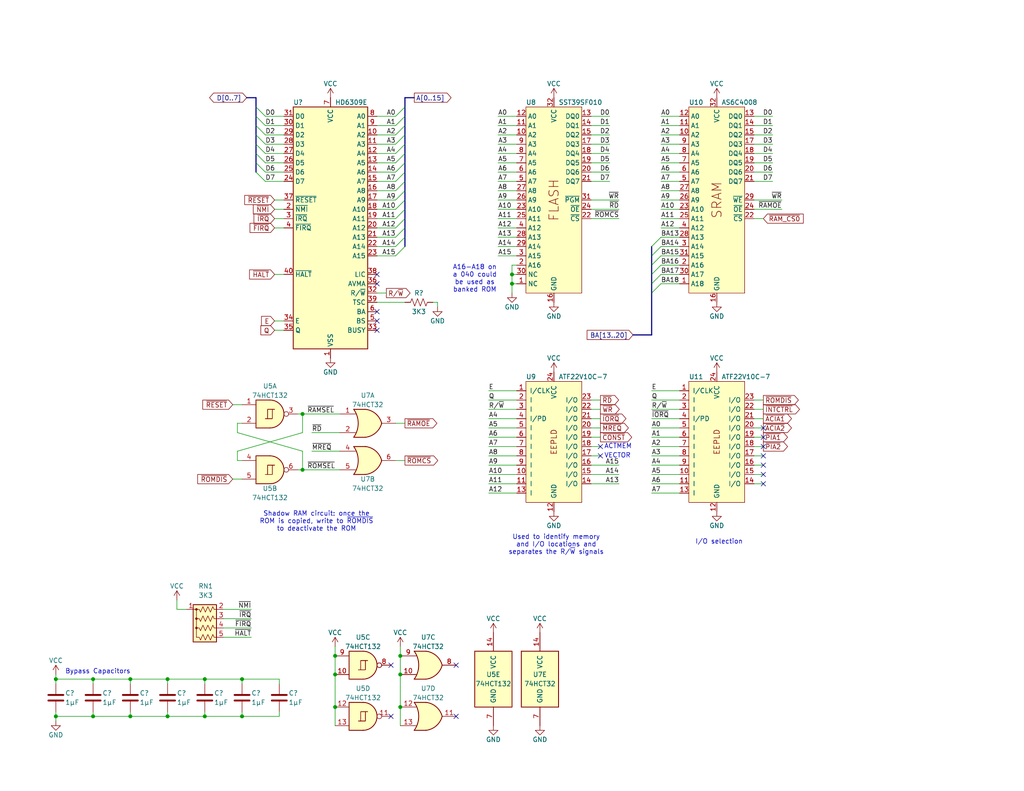
<source format=kicad_sch>
(kicad_sch (version 20230121) (generator eeschema)
  (paper "USLetter")
  (title_block (title "CPU, ROM and RAM") (date "2024-01-16") (rev "1.0") (company "Frédéric Segard") (comment 1 "MicroHobbyist's Retro Homebrew Computers") (comment 2 "microhobbyist.com"))
  (junction (at 139.7 77.47))
  (junction (at 15.24 195.58))
  (junction (at 25.4 195.58))
  (junction (at 109.22 179.07))
  (junction (at 82.55 113.03))
  (junction (at 82.55 128.27))
  (junction (at 91.44 179.07))
  (junction (at 45.72 195.58))
  (junction (at 25.4 185.42))
  (junction (at 139.7 74.93))
  (junction (at 35.56 195.58))
  (junction (at 91.44 193.04))
  (junction (at 55.88 185.42))
  (junction (at 45.72 185.42))
  (junction (at 66.04 195.58))
  (junction (at 66.04 185.42))
  (junction (at 15.24 185.42))
  (junction (at 91.44 184.15))
  (junction (at 35.56 185.42))
  (junction (at 109.22 184.15))
  (junction (at 109.22 193.04))
  (junction (at 55.88 195.58))
  (no_connect (at 163.83 124.46))
  (no_connect (at 124.46 195.58))
  (no_connect (at 163.83 121.92))
  (no_connect (at 102.87 87.63))
  (no_connect (at 102.87 85.09))
  (no_connect (at 208.28 119.38))
  (no_connect (at 208.28 121.92))
  (no_connect (at 102.87 74.93))
  (no_connect (at 106.68 181.61))
  (no_connect (at 208.28 124.46))
  (no_connect (at 102.87 77.47))
  (no_connect (at 124.46 181.61))
  (no_connect (at 102.87 90.17))
  (no_connect (at 208.28 132.08))
  (no_connect (at 106.68 195.58))
  (no_connect (at 208.28 116.84))
  (no_connect (at 208.28 129.54))
  (no_connect (at 208.28 127))
  (bus_entry (at 110.49 39.37) (size -2.54 2.54))
  (bus_entry (at 110.49 54.61) (size -2.54 2.54))
  (bus_entry (at 69.85 34.29) (size 2.54 2.54))
  (bus_entry (at 110.49 67.31) (size -2.54 2.54))
  (bus_entry (at 69.85 41.91) (size 2.54 2.54))
  (bus_entry (at 110.49 41.91) (size -2.54 2.54))
  (bus_entry (at 110.49 44.45) (size -2.54 2.54))
  (bus_entry (at 110.49 36.83) (size -2.54 2.54))
  (bus_entry (at 69.85 29.21) (size 2.54 2.54))
  (bus_entry (at 110.49 57.15) (size -2.54 2.54))
  (bus_entry (at 110.49 31.75) (size -2.54 2.54))
  (bus_entry (at 180.34 77.47) (size -2.54 2.54))
  (bus_entry (at 110.49 52.07) (size -2.54 2.54))
  (bus_entry (at 110.49 59.69) (size -2.54 2.54))
  (bus_entry (at 180.34 69.85) (size -2.54 2.54))
  (bus_entry (at 110.49 29.21) (size -2.54 2.54))
  (bus_entry (at 69.85 36.83) (size 2.54 2.54))
  (bus_entry (at 110.49 62.23) (size -2.54 2.54))
  (bus_entry (at 69.85 39.37) (size 2.54 2.54))
  (bus_entry (at 110.49 46.99) (size -2.54 2.54))
  (bus_entry (at 69.85 46.99) (size 2.54 2.54))
  (bus_entry (at 180.34 74.93) (size -2.54 2.54))
  (bus_entry (at 180.34 72.39) (size -2.54 2.54))
  (bus_entry (at 180.34 64.77) (size -2.54 2.54))
  (bus_entry (at 110.49 64.77) (size -2.54 2.54))
  (bus_entry (at 69.85 31.75) (size 2.54 2.54))
  (bus_entry (at 110.49 34.29) (size -2.54 2.54))
  (bus_entry (at 110.49 49.53) (size -2.54 2.54))
  (bus_entry (at 69.85 44.45) (size 2.54 2.54))
  (bus_entry (at 180.34 67.31) (size -2.54 2.54))
  (wire (pts (xy 210.82 49.53) (xy 205.74 49.53)))
  (wire (pts (xy 177.8 111.76) (xy 185.42 111.76)))
  (wire (pts (xy 185.42 39.37) (xy 180.34 39.37)))
  (wire (pts (xy 133.35 111.76) (xy 140.97 111.76)))
  (wire (pts (xy 82.55 113.03) (xy 82.55 118.11)))
  (wire (pts (xy 185.42 49.53) (xy 180.34 49.53)))
  (wire (pts (xy 64.77 115.57) (xy 64.77 118.11)))
  (wire (pts (xy 205.74 54.61) (xy 213.36 54.61)))
  (wire (pts (xy 210.82 44.45) (xy 205.74 44.45)))
  (bus (pts (xy 110.49 46.99) (xy 110.49 44.45)))
  (wire (pts (xy 72.39 31.75) (xy 77.47 31.75)))
  (wire (pts (xy 91.44 179.07) (xy 91.44 184.15)))
  (wire (pts (xy 110.49 82.55) (xy 102.87 82.55)))
  (wire (pts (xy 72.39 46.99) (xy 77.47 46.99)))
  (wire (pts (xy 119.38 82.55) (xy 118.11 82.55)))
  (wire (pts (xy 139.7 77.47) (xy 140.97 77.47)))
  (wire (pts (xy 55.88 194.31) (xy 55.88 195.58)))
  (wire (pts (xy 82.55 123.19) (xy 82.55 128.27)))
  (wire (pts (xy 140.97 44.45) (xy 135.89 44.45)))
  (wire (pts (xy 180.34 74.93) (xy 185.42 74.93)))
  (wire (pts (xy 64.77 123.19) (xy 64.77 125.73)))
  (wire (pts (xy 205.74 59.69) (xy 208.28 59.69)))
  (bus (pts (xy 177.8 74.93) (xy 177.8 77.47)))
  (wire (pts (xy 60.96 168.91) (xy 68.58 168.91)))
  (wire (pts (xy 60.96 166.37) (xy 68.58 166.37)))
  (bus (pts (xy 172.72 91.44) (xy 177.8 91.44)))
  (wire (pts (xy 72.39 49.53) (xy 77.47 49.53)))
  (wire (pts (xy 205.74 116.84) (xy 208.28 116.84)))
  (wire (pts (xy 166.37 36.83) (xy 161.29 36.83)))
  (wire (pts (xy 102.87 57.15) (xy 107.95 57.15)))
  (wire (pts (xy 91.44 193.04) (xy 91.44 198.12)))
  (wire (pts (xy 74.93 74.93) (xy 77.47 74.93)))
  (wire (pts (xy 139.7 74.93) (xy 140.97 74.93)))
  (wire (pts (xy 210.82 31.75) (xy 205.74 31.75)))
  (wire (pts (xy 102.87 34.29) (xy 107.95 34.29)))
  (wire (pts (xy 102.87 80.01) (xy 105.41 80.01)))
  (wire (pts (xy 60.96 171.45) (xy 68.58 171.45)))
  (wire (pts (xy 102.87 62.23) (xy 107.95 62.23)))
  (wire (pts (xy 102.87 44.45) (xy 107.95 44.45)))
  (wire (pts (xy 161.29 129.54) (xy 168.91 129.54)))
  (wire (pts (xy 161.29 111.76) (xy 163.83 111.76)))
  (wire (pts (xy 109.22 193.04) (xy 109.22 198.12)))
  (wire (pts (xy 102.87 67.31) (xy 107.95 67.31)))
  (wire (pts (xy 205.74 127) (xy 208.28 127)))
  (wire (pts (xy 102.87 52.07) (xy 107.95 52.07)))
  (wire (pts (xy 63.5 130.81) (xy 66.04 130.81)))
  (bus (pts (xy 69.85 29.21) (xy 69.85 26.67)))
  (wire (pts (xy 140.97 54.61) (xy 135.89 54.61)))
  (wire (pts (xy 15.24 195.58) (xy 25.4 195.58)))
  (bus (pts (xy 110.49 41.91) (xy 110.49 39.37)))
  (wire (pts (xy 102.87 36.83) (xy 107.95 36.83)))
  (bus (pts (xy 67.31 26.67) (xy 69.85 26.67)))
  (wire (pts (xy 177.8 129.54) (xy 185.42 129.54)))
  (wire (pts (xy 74.93 90.17) (xy 77.47 90.17)))
  (wire (pts (xy 133.35 129.54) (xy 140.97 129.54)))
  (wire (pts (xy 140.97 49.53) (xy 135.89 49.53)))
  (bus (pts (xy 110.49 49.53) (xy 110.49 46.99)))
  (bus (pts (xy 110.49 62.23) (xy 110.49 59.69)))
  (wire (pts (xy 166.37 44.45) (xy 161.29 44.45)))
  (wire (pts (xy 139.7 77.47) (xy 139.7 80.01)))
  (wire (pts (xy 133.35 109.22) (xy 140.97 109.22)))
  (wire (pts (xy 180.34 69.85) (xy 185.42 69.85)))
  (wire (pts (xy 102.87 64.77) (xy 107.95 64.77)))
  (bus (pts (xy 110.49 59.69) (xy 110.49 57.15)))
  (wire (pts (xy 55.88 185.42) (xy 55.88 186.69)))
  (wire (pts (xy 66.04 194.31) (xy 66.04 195.58)))
  (wire (pts (xy 109.22 176.53) (xy 109.22 179.07)))
  (wire (pts (xy 81.28 128.27) (xy 82.55 128.27)))
  (wire (pts (xy 35.56 185.42) (xy 45.72 185.42)))
  (bus (pts (xy 110.49 64.77) (xy 110.49 62.23)))
  (wire (pts (xy 91.44 184.15) (xy 91.44 193.04)))
  (wire (pts (xy 205.74 132.08) (xy 208.28 132.08)))
  (wire (pts (xy 140.97 34.29) (xy 135.89 34.29)))
  (wire (pts (xy 185.42 54.61) (xy 180.34 54.61)))
  (wire (pts (xy 140.97 57.15) (xy 135.89 57.15)))
  (wire (pts (xy 133.35 106.68) (xy 140.97 106.68)))
  (wire (pts (xy 185.42 59.69) (xy 180.34 59.69)))
  (wire (pts (xy 15.24 195.58) (xy 15.24 196.85)))
  (wire (pts (xy 140.97 31.75) (xy 135.89 31.75)))
  (wire (pts (xy 72.39 34.29) (xy 77.47 34.29)))
  (wire (pts (xy 177.8 119.38) (xy 185.42 119.38)))
  (bus (pts (xy 177.8 72.39) (xy 177.8 74.93)))
  (wire (pts (xy 185.42 31.75) (xy 180.34 31.75)))
  (wire (pts (xy 177.8 124.46) (xy 185.42 124.46)))
  (wire (pts (xy 210.82 41.91) (xy 205.74 41.91)))
  (wire (pts (xy 177.8 106.68) (xy 185.42 106.68)))
  (bus (pts (xy 110.49 31.75) (xy 110.49 29.21)))
  (wire (pts (xy 205.74 119.38) (xy 208.28 119.38)))
  (wire (pts (xy 72.39 44.45) (xy 77.47 44.45)))
  (bus (pts (xy 69.85 46.99) (xy 69.85 44.45)))
  (wire (pts (xy 107.95 125.73) (xy 110.49 125.73)))
  (wire (pts (xy 177.8 109.22) (xy 185.42 109.22)))
  (wire (pts (xy 139.7 74.93) (xy 139.7 77.47)))
  (wire (pts (xy 161.29 119.38) (xy 163.83 119.38)))
  (wire (pts (xy 55.88 195.58) (xy 66.04 195.58)))
  (wire (pts (xy 140.97 52.07) (xy 135.89 52.07)))
  (wire (pts (xy 109.22 184.15) (xy 109.22 193.04)))
  (wire (pts (xy 166.37 49.53) (xy 161.29 49.53)))
  (wire (pts (xy 45.72 194.31) (xy 45.72 195.58)))
  (wire (pts (xy 185.42 34.29) (xy 180.34 34.29)))
  (wire (pts (xy 133.35 124.46) (xy 140.97 124.46)))
  (wire (pts (xy 185.42 36.83) (xy 180.34 36.83)))
  (wire (pts (xy 177.8 127) (xy 185.42 127)))
  (wire (pts (xy 210.82 39.37) (xy 205.74 39.37)))
  (wire (pts (xy 74.93 54.61) (xy 77.47 54.61)))
  (wire (pts (xy 107.95 115.57) (xy 110.49 115.57)))
  (wire (pts (xy 35.56 194.31) (xy 35.56 195.58)))
  (wire (pts (xy 140.97 67.31) (xy 135.89 67.31)))
  (wire (pts (xy 85.09 118.11) (xy 92.71 118.11)))
  (wire (pts (xy 177.8 114.3) (xy 185.42 114.3)))
  (wire (pts (xy 205.74 114.3) (xy 208.28 114.3)))
  (wire (pts (xy 205.74 121.92) (xy 208.28 121.92)))
  (wire (pts (xy 82.55 118.11) (xy 64.77 123.19)))
  (wire (pts (xy 161.29 54.61) (xy 168.91 54.61)))
  (wire (pts (xy 35.56 195.58) (xy 45.72 195.58)))
  (bus (pts (xy 177.8 67.31) (xy 177.8 69.85)))
  (wire (pts (xy 140.97 46.99) (xy 135.89 46.99)))
  (bus (pts (xy 69.85 44.45) (xy 69.85 41.91)))
  (wire (pts (xy 161.29 124.46) (xy 163.83 124.46)))
  (wire (pts (xy 166.37 31.75) (xy 161.29 31.75)))
  (wire (pts (xy 55.88 185.42) (xy 66.04 185.42)))
  (wire (pts (xy 63.5 110.49) (xy 66.04 110.49)))
  (wire (pts (xy 119.38 83.82) (xy 119.38 82.55)))
  (bus (pts (xy 177.8 69.85) (xy 177.8 72.39)))
  (bus (pts (xy 110.49 39.37) (xy 110.49 36.83)))
  (wire (pts (xy 133.35 127) (xy 140.97 127)))
  (bus (pts (xy 110.49 26.67) (xy 113.03 26.67)))
  (wire (pts (xy 185.42 46.99) (xy 180.34 46.99)))
  (wire (pts (xy 140.97 64.77) (xy 135.89 64.77)))
  (wire (pts (xy 161.29 127) (xy 168.91 127)))
  (wire (pts (xy 72.39 41.91) (xy 77.47 41.91)))
  (wire (pts (xy 74.93 87.63) (xy 77.47 87.63)))
  (wire (pts (xy 140.97 41.91) (xy 135.89 41.91)))
  (wire (pts (xy 25.4 194.31) (xy 25.4 195.58)))
  (wire (pts (xy 102.87 69.85) (xy 107.95 69.85)))
  (wire (pts (xy 161.29 114.3) (xy 163.83 114.3)))
  (wire (pts (xy 74.93 62.23) (xy 77.47 62.23)))
  (wire (pts (xy 177.8 134.62) (xy 185.42 134.62)))
  (bus (pts (xy 69.85 41.91) (xy 69.85 39.37)))
  (wire (pts (xy 45.72 185.42) (xy 45.72 186.69)))
  (wire (pts (xy 66.04 195.58) (xy 76.2 195.58)))
  (wire (pts (xy 15.24 184.15) (xy 15.24 185.42)))
  (wire (pts (xy 161.29 109.22) (xy 163.83 109.22)))
  (wire (pts (xy 66.04 185.42) (xy 76.2 185.42)))
  (wire (pts (xy 177.8 121.92) (xy 185.42 121.92)))
  (wire (pts (xy 133.35 121.92) (xy 140.97 121.92)))
  (wire (pts (xy 102.87 49.53) (xy 107.95 49.53)))
  (bus (pts (xy 110.49 34.29) (xy 110.49 31.75)))
  (wire (pts (xy 168.91 132.08) (xy 161.29 132.08)))
  (wire (pts (xy 166.37 39.37) (xy 161.29 39.37)))
  (wire (pts (xy 81.28 113.03) (xy 82.55 113.03)))
  (wire (pts (xy 139.7 72.39) (xy 140.97 72.39)))
  (wire (pts (xy 185.42 57.15) (xy 180.34 57.15)))
  (wire (pts (xy 64.77 118.11) (xy 82.55 123.19)))
  (wire (pts (xy 135.89 69.85) (xy 140.97 69.85)))
  (bus (pts (xy 177.8 80.01) (xy 177.8 91.44)))
  (wire (pts (xy 76.2 194.31) (xy 76.2 195.58)))
  (wire (pts (xy 205.74 109.22) (xy 208.28 109.22)))
  (bus (pts (xy 110.49 67.31) (xy 110.49 64.77)))
  (wire (pts (xy 140.97 36.83) (xy 135.89 36.83)))
  (wire (pts (xy 161.29 121.92) (xy 163.83 121.92)))
  (wire (pts (xy 66.04 115.57) (xy 64.77 115.57)))
  (wire (pts (xy 139.7 72.39) (xy 139.7 74.93)))
  (wire (pts (xy 161.29 59.69) (xy 168.91 59.69)))
  (wire (pts (xy 72.39 36.83) (xy 77.47 36.83)))
  (bus (pts (xy 110.49 52.07) (xy 110.49 49.53)))
  (wire (pts (xy 25.4 185.42) (xy 25.4 186.69)))
  (wire (pts (xy 177.8 132.08) (xy 185.42 132.08)))
  (bus (pts (xy 69.85 36.83) (xy 69.85 34.29)))
  (bus (pts (xy 69.85 34.29) (xy 69.85 31.75)))
  (wire (pts (xy 102.87 31.75) (xy 107.95 31.75)))
  (wire (pts (xy 91.44 176.53) (xy 91.44 179.07)))
  (wire (pts (xy 133.35 116.84) (xy 140.97 116.84)))
  (wire (pts (xy 48.26 163.83) (xy 48.26 166.37)))
  (wire (pts (xy 185.42 41.91) (xy 180.34 41.91)))
  (wire (pts (xy 60.96 173.99) (xy 68.58 173.99)))
  (wire (pts (xy 133.35 134.62) (xy 140.97 134.62)))
  (wire (pts (xy 185.42 62.23) (xy 180.34 62.23)))
  (wire (pts (xy 82.55 128.27) (xy 92.71 128.27)))
  (wire (pts (xy 210.82 36.83) (xy 205.74 36.83)))
  (wire (pts (xy 185.42 67.31) (xy 180.34 67.31)))
  (wire (pts (xy 133.35 114.3) (xy 140.97 114.3)))
  (wire (pts (xy 45.72 185.42) (xy 55.88 185.42)))
  (wire (pts (xy 166.37 46.99) (xy 161.29 46.99)))
  (wire (pts (xy 210.82 46.99) (xy 205.74 46.99)))
  (wire (pts (xy 102.87 46.99) (xy 107.95 46.99)))
  (wire (pts (xy 140.97 39.37) (xy 135.89 39.37)))
  (wire (pts (xy 74.93 59.69) (xy 77.47 59.69)))
  (bus (pts (xy 110.49 29.21) (xy 110.49 26.67)))
  (wire (pts (xy 64.77 125.73) (xy 66.04 125.73)))
  (wire (pts (xy 166.37 41.91) (xy 161.29 41.91)))
  (wire (pts (xy 15.24 194.31) (xy 15.24 195.58)))
  (wire (pts (xy 72.39 39.37) (xy 77.47 39.37)))
  (wire (pts (xy 76.2 185.42) (xy 76.2 186.69)))
  (wire (pts (xy 15.24 185.42) (xy 15.24 186.69)))
  (wire (pts (xy 185.42 64.77) (xy 180.34 64.77)))
  (wire (pts (xy 140.97 62.23) (xy 135.89 62.23)))
  (wire (pts (xy 177.8 116.84) (xy 185.42 116.84)))
  (wire (pts (xy 185.42 52.07) (xy 180.34 52.07)))
  (wire (pts (xy 102.87 39.37) (xy 107.95 39.37)))
  (wire (pts (xy 166.37 34.29) (xy 161.29 34.29)))
  (wire (pts (xy 185.42 44.45) (xy 180.34 44.45)))
  (wire (pts (xy 205.74 57.15) (xy 213.36 57.15)))
  (bus (pts (xy 69.85 31.75) (xy 69.85 29.21)))
  (wire (pts (xy 25.4 185.42) (xy 35.56 185.42)))
  (wire (pts (xy 74.93 57.15) (xy 77.47 57.15)))
  (bus (pts (xy 110.49 36.83) (xy 110.49 34.29)))
  (wire (pts (xy 161.29 116.84) (xy 163.83 116.84)))
  (bus (pts (xy 110.49 44.45) (xy 110.49 41.91)))
  (wire (pts (xy 133.35 132.08) (xy 140.97 132.08)))
  (wire (pts (xy 102.87 41.91) (xy 107.95 41.91)))
  (wire (pts (xy 109.22 179.07) (xy 109.22 184.15)))
  (bus (pts (xy 177.8 77.47) (xy 177.8 80.01)))
  (wire (pts (xy 133.35 119.38) (xy 140.97 119.38)))
  (bus (pts (xy 110.49 57.15) (xy 110.49 54.61)))
  (wire (pts (xy 85.09 123.19) (xy 92.71 123.19)))
  (wire (pts (xy 25.4 195.58) (xy 35.56 195.58)))
  (wire (pts (xy 140.97 59.69) (xy 135.89 59.69)))
  (bus (pts (xy 110.49 54.61) (xy 110.49 52.07)))
  (wire (pts (xy 102.87 59.69) (xy 107.95 59.69)))
  (wire (pts (xy 161.29 57.15) (xy 168.91 57.15)))
  (wire (pts (xy 180.34 77.47) (xy 185.42 77.47)))
  (wire (pts (xy 205.74 111.76) (xy 208.28 111.76)))
  (wire (pts (xy 66.04 185.42) (xy 66.04 186.69)))
  (wire (pts (xy 205.74 124.46) (xy 208.28 124.46)))
  (wire (pts (xy 35.56 185.42) (xy 35.56 186.69)))
  (wire (pts (xy 102.87 54.61) (xy 107.95 54.61)))
  (wire (pts (xy 180.34 72.39) (xy 185.42 72.39)))
  (wire (pts (xy 15.24 185.42) (xy 25.4 185.42)))
  (bus (pts (xy 69.85 39.37) (xy 69.85 36.83)))
  (wire (pts (xy 82.55 113.03) (xy 92.71 113.03)))
  (wire (pts (xy 210.82 34.29) (xy 205.74 34.29)))
  (wire (pts (xy 205.74 129.54) (xy 208.28 129.54)))
  (wire (pts (xy 48.26 166.37) (xy 50.8 166.37)))
  (wire (pts (xy 45.72 195.58) (xy 55.88 195.58)))
  (text_box "Used to identify memory and I/O locations and separates the R/~{W} signals" (at 137.16 144.78 0) (size 29.21 8.89) (stroke (width -0.0001)) (effects (font (size 1.27 1.27)) (justify top)))
  (text_box "A16-A18 on a 040 could be used as banked ROM" (at 121.92 71.12 0) (size 15.24 8.89) (stroke (width -0.0001)) (effects (font (size 1.27 1.27)) (justify top)))
  (text_box "Shadow RAM circuit: once the ROM is copied, write to ~{ROMDIS} to deactivate the ROM" (at 69.85 138.43 0) (size 33.02 7.62) (stroke (width -0.0001)) (effects (font (size 1.27 1.27)) (justify top)))
  (text_box "I/O selection" (at 181.61 146.05 0) (size 29.21 8.89) (stroke (width -0.0001)) (effects (font (size 1.27 1.27)) (justify top)))
  (text "VECTOR" (at 164.846 125.222 0) (effects (font (size 1.27 1.27)) (justify left bottom)))
  (text "Bypass Capacitors" (at 17.78 184.15 0) (effects (font (size 1.27 1.27)) (justify left bottom)))
  (text "ACTMEM" (at 164.846 122.682 0) (effects (font (size 1.27 1.27)) (justify left bottom)))
  (label "A9" (at 133.35 127 0))
  (label "A6" (at 133.35 119.38 0))
  (label "BA15" (at 180.34 69.85 0))
  (label "A10" (at 180.34 57.15 0))
  (label "E" (at 177.8 106.68 0))
  (label "A10" (at 107.95 57.15 180))
  (label "A2" (at 107.95 36.83 180))
  (label "A5" (at 135.89 44.45 0))
  (label "A5" (at 107.95 44.45 180))
  (label "A4" (at 133.35 114.3 0))
  (label "D7" (at 210.82 49.53 180))
  (label "D2" (at 166.37 36.83 180))
  (label "A2" (at 177.8 121.92 0))
  (label "A7" (at 133.35 121.92 0))
  (label "A15" (at 168.91 127 180))
  (label "A8" (at 135.89 52.07 0))
  (label "D0" (at 166.37 31.75 180))
  (label "D1" (at 166.37 34.29 180))
  (label "D5" (at 166.37 44.45 180))
  (label "D0" (at 210.82 31.75 180))
  (label "A0" (at 135.89 31.75 0))
  (label "A14" (at 168.91 129.54 180))
  (label "A12" (at 107.95 62.23 180))
  (label "A8" (at 107.95 52.07 180))
  (label "D6" (at 210.82 46.99 180))
  (label "BA13" (at 180.34 64.77 0))
  (label "BA14" (at 180.34 67.31 0))
  (label "A6" (at 180.34 46.99 0))
  (label "~{WR}" (at 213.36 54.61 180))
  (label "A3" (at 180.34 39.37 0))
  (label "A10" (at 135.89 57.15 0))
  (label "A4" (at 107.95 41.91 180))
  (label "~{IRQ}" (at 68.58 168.91 180))
  (label "A4" (at 177.8 127 0))
  (label "A9" (at 107.95 54.61 180))
  (label "~{FIRQ}" (at 68.58 171.45 180))
  (label "A10" (at 133.35 129.54 0))
  (label "A9" (at 135.89 54.61 0))
  (label "A6" (at 135.89 46.99 0))
  (label "A11" (at 107.95 59.69 180))
  (label "A3" (at 107.95 39.37 180))
  (label "A7" (at 177.8 134.62 0))
  (label "A1" (at 180.34 34.29 0))
  (label "A5" (at 133.35 116.84 0))
  (label "D4" (at 72.39 41.91 0))
  (label "A14" (at 107.95 67.31 180))
  (label "D1" (at 210.82 34.29 180))
  (label "A9" (at 180.34 54.61 0))
  (label "A1" (at 177.8 119.38 0))
  (label "A13" (at 107.95 64.77 180))
  (label "A5" (at 177.8 129.54 0))
  (label "A0" (at 107.95 31.75 180))
  (label "~{RAMOE}" (at 213.36 57.15 180))
  (label "A11" (at 135.89 59.69 0))
  (label "A11" (at 180.34 59.69 0))
  (label "BA16" (at 180.34 72.39 0))
  (label "A8" (at 133.35 124.46 0))
  (label "D3" (at 72.39 39.37 0))
  (label "~{NMI}" (at 68.58 166.37 180))
  (label "~{MREQ}" (at 85.09 123.19 0))
  (label "A15" (at 107.95 69.85 180))
  (label "D4" (at 210.82 41.91 180))
  (label "D6" (at 166.37 46.99 180))
  (label "D2" (at 210.82 36.83 180))
  (label "A11" (at 133.35 132.08 0))
  (label "D5" (at 210.82 44.45 180))
  (label "A3" (at 135.89 39.37 0))
  (label "A12" (at 180.34 62.23 0))
  (label "A7" (at 135.89 49.53 0))
  (label "A13" (at 135.89 64.77 0))
  (label "E" (at 133.35 106.68 0))
  (label "A1" (at 135.89 34.29 0))
  (label "A15" (at 135.89 69.85 0))
  (label "A12" (at 135.89 62.23 0))
  (label "A14" (at 135.89 67.31 0))
  (label "~{WR}" (at 168.91 54.61 180))
  (label "D4" (at 166.37 41.91 180))
  (label "R{slash}~{W}" (at 133.35 111.76 0))
  (label "A2" (at 135.89 36.83 0))
  (label "D6" (at 72.39 46.99 0))
  (label "A7" (at 107.95 49.53 180))
  (label "~{RD}" (at 168.91 57.15 180))
  (label "~{HALT}" (at 68.58 173.99 180))
  (label "~{IORQ}" (at 177.8 114.3 0))
  (label "D3" (at 166.37 39.37 180))
  (label "D7" (at 166.37 49.53 180))
  (label "D5" (at 72.39 44.45 0))
  (label "Q" (at 177.8 109.22 0))
  (label "D1" (at 72.39 34.29 0))
  (label "~{ROMSEL}" (at 83.82 128.27 0))
  (label "D7" (at 72.39 49.53 0))
  (label "D0" (at 72.39 31.75 0))
  (label "D3" (at 210.82 39.37 180))
  (label "~{RAMSEL}" (at 83.82 113.03 0))
  (label "~{RD}" (at 85.09 118.11 0))
  (label "Q" (at 133.35 109.22 0))
  (label "A4" (at 135.89 41.91 0))
  (label "A1" (at 107.95 34.29 180))
  (label "A8" (at 180.34 52.07 0))
  (label "A0" (at 177.8 116.84 0))
  (label "A5" (at 180.34 44.45 0))
  (label "~{ROMCS}" (at 168.91 59.69 180))
  (label "A13" (at 168.91 132.08 180))
  (label "BA17" (at 180.34 74.93 0))
  (label "A4" (at 180.34 41.91 0))
  (label "A7" (at 180.34 49.53 0))
  (label "BA18" (at 180.34 77.47 0))
  (label "A0" (at 180.34 31.75 0))
  (label "A12" (at 133.35 134.62 0))
  (label "A2" (at 180.34 36.83 0))
  (label "A6" (at 107.95 46.99 180))
  (label "D2" (at 72.39 36.83 0))
  (label "A3" (at 177.8 124.46 0))
  (label "A6" (at 177.8 132.08 0))
  (label "R{slash}~{W}" (at 177.8 111.76 0))
  (global_label "~{IRQ}" (shape input) (at 74.93 59.69 180) (property "Intersheetrefs" "${INTERSHEET_REFS}" (effects hide)))
  (global_label "~{RESET}" (shape input) (at 63.5 110.49 180) (property "Intersheetrefs" "${INTERSHEET_REFS}" (effects hide)))
  (global_label "~{RD}" (shape output) (at 163.83 109.22 0) (property "Intersheetrefs" "${INTERSHEET_REFS}" (effects hide)))
  (global_label "~{NMI}" (shape input) (at 74.93 57.15 180) (property "Intersheetrefs" "${INTERSHEET_REFS}" (effects hide)))
  (global_label "~{PIA2}" (shape output) (at 208.28 121.92 0) (property "Intersheetrefs" "${INTERSHEET_REFS}" (effects hide)))
  (global_label "~{IORQ}" (shape output) (at 163.83 114.3 0) (property "Intersheetrefs" "${INTERSHEET_REFS}" (effects hide)))
  (global_label "~{INTCTRL}" (shape output) (at 208.28 111.76 0) (property "Intersheetrefs" "${INTERSHEET_REFS}" (effects hide)))
  (global_label "A[0..15]" (shape output) (at 113.03 26.67 0) (property "Intersheetrefs" "${INTERSHEET_REFS}" (effects hide)))
  (global_label "R{slash}~{W}" (shape output) (at 105.41 80.01 0) (property "Intersheetrefs" "${INTERSHEET_REFS}" (effects hide)))
  (global_label "~{RAM_CS0}" (shape input) (at 208.28 59.69 0) (property "Intersheetrefs" "${INTERSHEET_REFS}" (effects hide)))
  (global_label "BA[13..20]" (shape input) (at 172.72 91.44 180) (property "Intersheetrefs" "${INTERSHEET_REFS}" (effects hide)))
  (global_label "~{PIA1}" (shape output) (at 208.28 119.38 0) (property "Intersheetrefs" "${INTERSHEET_REFS}" (effects hide)))
  (global_label "~{ROMDIS}" (shape output) (at 208.28 109.22 0) (property "Intersheetrefs" "${INTERSHEET_REFS}" (effects hide)))
  (global_label "~{CONST}" (shape output) (at 163.83 119.38 0) (property "Intersheetrefs" "${INTERSHEET_REFS}" (effects hide)))
  (global_label "Q" (shape input) (at 74.93 90.17 180) (property "Intersheetrefs" "${INTERSHEET_REFS}" (effects hide)))
  (global_label "~{RESET}" (shape input) (at 74.93 54.61 180) (property "Intersheetrefs" "${INTERSHEET_REFS}" (effects hide)))
  (global_label "~{WR}" (shape output) (at 163.83 111.76 0) (property "Intersheetrefs" "${INTERSHEET_REFS}" (effects hide)))
  (global_label "D[0..7]" (shape bidirectional) (at 67.31 26.67 180) (property "Intersheetrefs" "${INTERSHEET_REFS}" (effects hide)))
  (global_label "~{ROMDIS}" (shape input) (at 63.5 130.81 180) (property "Intersheetrefs" "${INTERSHEET_REFS}" (effects hide)))
  (global_label "~{MREQ}" (shape output) (at 163.83 116.84 0) (property "Intersheetrefs" "${INTERSHEET_REFS}" (effects hide)))
  (global_label "~{FIRQ}" (shape input) (at 74.93 62.23 180) (property "Intersheetrefs" "${INTERSHEET_REFS}" (effects hide)))
  (global_label "~{ROMCS}" (shape output) (at 110.49 125.73 0) (property "Intersheetrefs" "${INTERSHEET_REFS}" (effects hide)))
  (global_label "E" (shape input) (at 74.93 87.63 180) (property "Intersheetrefs" "${INTERSHEET_REFS}" (effects hide)))
  (global_label "~{HALT}" (shape input) (at 74.93 74.93 180) (property "Intersheetrefs" "${INTERSHEET_REFS}" (effects hide)))
  (global_label "~{ACIA2}" (shape output) (at 208.28 116.84 0) (property "Intersheetrefs" "${INTERSHEET_REFS}" (effects hide)))
  (global_label "~{RAMOE}" (shape output) (at 110.49 115.57 0) (property "Intersheetrefs" "${INTERSHEET_REFS}" (effects hide)))
  (global_label "~{ACIA1}" (shape output) (at 208.28 114.3 0) (property "Intersheetrefs" "${INTERSHEET_REFS}" (effects hide)))
  (symbol (lib_id "power:GND") (at 139.7 80.01 0) (unit 1)
    (property "Reference" "#PWR?" (effects hide))
    (property "Value" "GND" (at 139.7 83.82 0))
    (instances (project "Ep7 - Programmable Sound Generator (PSG)" (path "" (reference "#PWR?") (unit 1)) (path "" (reference "#PWR039") (unit 1))))
  )
  (symbol (lib_id "Device:C") (at 25.4 190.5 0) (unit 1)
    (property "Reference" "C?" (at 27.94 189.23 0) (effects (justify left)))
    (property "Value" "1µF" (at 27.94 191.77 0) (effects (justify left)))
    (property "Footprint" "Capacitor_THT:C_Disc_D3.0mm_W1.6mm_P2.50mm" (effects hide))
    (instances (project "Ep7 - Programmable Sound Generator (PSG)" (path "" (reference "C?") (unit 1)) (path "" (reference "C11") (unit 1))))
  )
  (symbol (lib_id "power:GND") (at 195.58 139.7 0) (unit 1)
    (property "Reference" "#PWR?" (effects hide))
    (property "Value" "GND" (at 195.58 143.51 0))
    (instances (project "Ep7 - Programmable Sound Generator (PSG)" (path "" (reference "#PWR?") (unit 1)) (path "" (reference "#PWR049") (unit 1))))
  )
  (symbol (lib_id "74xx:74LS32") (at 100.33 115.57 0) (unit 1)
    (property "Reference" "U7" (at 100.33 107.95 0))
    (property "Value" "74HCT32" (at 100.33 110.49 0))
    (property "Footprint" "Package_DIP:DIP-14_W7.62mm_Socket" (effects hide))
    (property "Datasheet" "http://www.ti.com/lit/gpn/sn74LS32" (effects hide))
  )
  (symbol (lib_id "74xx:74LS132") (at 134.62 185.42 0) (unit 5)
    (property "Reference" "U5" (at 134.62 184.15 0))
    (property "Value" "74HCT132" (at 134.62 186.69 0))
    (property "Footprint" "Package_DIP:DIP-14_W7.62mm_Socket" (effects hide))
    (property "Datasheet" "http://www.ti.com/lit/gpn/sn74LS132" (effects hide))
  )
  (symbol (lib_id "power:VCC") (at 147.32 172.72 0) (unit 1)
    (property "Reference" "#PWR?" (effects hide))
    (property "Value" "VCC" (at 147.32 168.91 0))
    (instances (project "Ep7 - Programmable Sound Generator (PSG)" (path "" (reference "#PWR?") (unit 1)) (path "" (reference "#PWR040") (unit 1))))
  )
  (symbol (lib_id "0_Library:ATF22V10C") (at 195.58 102.87 0) (unit 1)
    (property "Reference" "U11" (at 187.96 102.87 0) (effects (justify left)))
    (property "Value" "ATF22V10C-7" (at 196.85 102.87 0) (effects (justify left)))
    (property "Footprint" "Package_DIP:DIP-24_W7.62mm" (effects hide))
    (property "Datasheet" "http://ww1.microchip.com/downloads/en/DeviceDoc/doc0735.pdf" (effects hide))
  )
  (symbol (lib_id "74xx:74LS32") (at 116.84 195.58 0) (unit 4)
    (property "Reference" "U7" (at 116.84 187.96 0))
    (property "Value" "74HCT32" (at 116.84 190.5 0))
    (property "Footprint" "Package_DIP:DIP-14_W7.62mm_Socket" (effects hide))
    (property "Datasheet" "http://www.ti.com/lit/gpn/sn74LS32" (effects hide))
  )
  (symbol (lib_id "Device:C") (at 35.56 190.5 0) (unit 1)
    (property "Reference" "C?" (at 38.1 189.23 0) (effects (justify left)))
    (property "Value" "1µF" (at 38.1 191.77 0) (effects (justify left)))
    (property "Footprint" "Capacitor_THT:C_Disc_D3.0mm_W1.6mm_P2.50mm" (effects hide))
    (instances (project "Ep7 - Programmable Sound Generator (PSG)" (path "" (reference "C?") (unit 1)) (path "" (reference "C12") (unit 1))))
  )
  (symbol (lib_id "CPU_NXP_6800:MC6809E") (at 90.17 62.23 0) (unit 1)
    (property "Reference" "U?" (at 80.01 27.94 0) (effects (justify left)))
    (property "Value" "HD6309E" (at 91.44 27.94 0) (effects (justify left)))
    (property "Footprint" "Package_DIP:DIP-40_W15.24mm" (effects hide))
    (property "Datasheet" "http://pdf.datasheetcatalog.com/datasheet/motorola/MC68B09S.pdf" (effects hide))
    (instances (project "Ep7 - Programmable Sound Generator (PSG)" (path "" (reference "U?") (unit 1)) (path "" (reference "U6") (unit 1))))
  )
  (symbol (lib_id "Device:C") (at 45.72 190.5 0) (unit 1)
    (property "Reference" "C?" (at 48.26 189.23 0) (effects (justify left)))
    (property "Value" "1µF" (at 48.26 191.77 0) (effects (justify left)))
    (property "Footprint" "Capacitor_THT:C_Disc_D3.0mm_W1.6mm_P2.50mm" (effects hide))
    (instances (project "Ep7 - Programmable Sound Generator (PSG)" (path "" (reference "C?") (unit 1)) (path "" (reference "C13") (unit 1))))
  )
  (symbol (lib_id "74xx:74LS132") (at 73.66 113.03 0) (unit 1)
    (property "Reference" "U5" (at 73.66 105.41 0))
    (property "Value" "74HCT132" (at 73.66 107.95 0))
    (property "Footprint" "Package_DIP:DIP-14_W7.62mm_Socket" (effects hide))
    (property "Datasheet" "http://www.ti.com/lit/gpn/sn74LS132" (effects hide))
  )
  (symbol (lib_id "Device:R_US") (at 114.3 82.55 90) (unit 1)
    (property "Reference" "R?" (at 114.3 80.01 90))
    (property "Value" "3K3" (at 114.3 85.09 90))
    (property "Footprint" "Resistor_THT:R_Axial_DIN0204_L3.6mm_D1.6mm_P7.62mm_Horizontal" (effects hide))
    (instances (project "Ep7 - Programmable Sound Generator (PSG)" (path "" (reference "R?") (unit 1)) (path "" (reference "R4") (unit 1))))
  )
  (symbol (lib_id "Device:C") (at 76.2 190.5 0) (unit 1)
    (property "Reference" "C?" (at 78.74 189.23 0) (effects (justify left)))
    (property "Value" "1µF" (at 78.74 191.77 0) (effects (justify left)))
    (property "Footprint" "Capacitor_THT:C_Disc_D3.0mm_W1.6mm_P2.50mm" (effects hide))
    (instances (project "Ep7 - Programmable Sound Generator (PSG)" (path "" (reference "C?") (unit 1)) (path "" (reference "C16") (unit 1))))
  )
  (symbol (lib_id "power:GND") (at 151.13 82.55 0) (unit 1)
    (property "Reference" "#PWR?" (effects hide))
    (property "Value" "GND" (at 151.13 86.36 0))
    (instances (project "Ep7 - Programmable Sound Generator (PSG)" (path "" (reference "#PWR?") (unit 1)) (path "" (reference "#PWR043") (unit 1))))
  )
  (symbol (lib_id "power:VCC") (at 91.44 176.53 0) (unit 1)
    (property "Reference" "#PWR?" (effects hide))
    (property "Value" "VCC" (at 91.44 172.72 0))
    (instances (project "Ep7 - Programmable Sound Generator (PSG)" (path "" (reference "#PWR?") (unit 1)) (path "" (reference "#PWR034") (unit 1))))
  )
  (symbol (lib_id "power:GND") (at 90.17 97.79 0) (unit 1)
    (property "Reference" "#PWR?" (effects hide))
    (property "Value" "GND" (at 90.17 101.6 0))
    (instances (project "Ep7 - Programmable Sound Generator (PSG)" (path "" (reference "#PWR?") (unit 1)) (path "" (reference "#PWR033") (unit 1))))
  )
  (symbol (lib_id "power:VCC") (at 134.62 172.72 0) (unit 1)
    (property "Reference" "#PWR?" (effects hide))
    (property "Value" "VCC" (at 134.62 168.91 0))
    (instances (project "Ep7 - Programmable Sound Generator (PSG)" (path "" (reference "#PWR?") (unit 1)) (path "" (reference "#PWR037") (unit 1))))
  )
  (symbol (lib_id "power:GND") (at 134.62 198.12 0) (unit 1)
    (property "Reference" "#PWR?" (effects hide))
    (property "Value" "GND" (at 134.62 201.93 0))
    (instances (project "Ep7 - Programmable Sound Generator (PSG)" (path "" (reference "#PWR?") (unit 1)) (path "" (reference "#PWR038") (unit 1))))
  )
  (symbol (lib_id "power:GND") (at 195.58 82.55 0) (unit 1)
    (property "Reference" "#PWR?" (effects hide))
    (property "Value" "GND" (at 195.58 86.36 0))
    (instances (project "Ep7 - Programmable Sound Generator (PSG)" (path "" (reference "#PWR?") (unit 1)) (path "" (reference "#PWR047") (unit 1))))
  )
  (symbol (lib_id "Device:C") (at 15.24 190.5 0) (unit 1)
    (property "Reference" "C?" (at 17.78 189.23 0) (effects (justify left)))
    (property "Value" "1µF" (at 17.78 191.77 0) (effects (justify left)))
    (property "Footprint" "Capacitor_THT:C_Disc_D3.0mm_W1.6mm_P2.50mm" (effects hide))
    (instances (project "Ep7 - Programmable Sound Generator (PSG)" (path "" (reference "C?") (unit 1)) (path "" (reference "C10") (unit 1))))
  )
  (symbol (lib_id "power:VCC") (at 90.17 26.67 0) (unit 1)
    (property "Reference" "#PWR?" (effects hide))
    (property "Value" "VCC" (at 90.17 22.86 0))
    (instances (project "Ep7 - Programmable Sound Generator (PSG)" (path "" (reference "#PWR?") (unit 1)) (path "" (reference "#PWR032") (unit 1))))
  )
  (symbol (lib_id "0_Library:SST39SF010") (at 151.13 29.21 0) (unit 1)
    (property "Reference" "U8" (at 143.51 27.94 0) (effects (justify left)))
    (property "Value" "SST39SF010" (at 152.4 27.94 0) (effects (justify left)))
    (property "Footprint" "Package_DIP:DIP-32_W15.24mm" (effects hide))
    (property "Datasheet" "https://ww1.microchip.com/downloads/en/DeviceDoc/20005022C.pdf" (effects hide))
  )
  (symbol (lib_id "0_Library:ATF22V10C") (at 151.13 102.87 0) (unit 1)
    (property "Reference" "U9" (at 143.51 102.87 0) (effects (justify left)))
    (property "Value" "ATF22V10C-7" (at 152.4 102.87 0) (effects (justify left)))
    (property "Footprint" "Package_DIP:DIP-24_W7.62mm" (effects hide))
    (property "Datasheet" "http://ww1.microchip.com/downloads/en/DeviceDoc/doc0735.pdf" (effects hide))
  )
  (symbol (lib_id "Device:R_Network04_US") (at 55.88 171.45 90) (mirror x) (unit 1)
    (property "Reference" "RN1" (at 56.134 160.02 90))
    (property "Value" "3K3" (at 56.134 162.56 90))
    (property "Footprint" "Resistor_THT:R_Array_SIP5" (effects hide))
    (property "Datasheet" "http://www.vishay.com/docs/31509/csc.pdf" (effects hide))
  )
  (symbol (lib_id "74xx:74LS32") (at 116.84 181.61 0) (unit 3)
    (property "Reference" "U7" (at 116.84 173.99 0))
    (property "Value" "74HCT32" (at 116.84 176.53 0))
    (property "Footprint" "Package_DIP:DIP-14_W7.62mm_Socket" (effects hide))
    (property "Datasheet" "http://www.ti.com/lit/gpn/sn74LS32" (effects hide))
  )
  (symbol (lib_id "74xx:74LS132") (at 73.66 128.27 0) (unit 2)
    (property "Reference" "U5" (at 73.66 133.35 0))
    (property "Value" "74HCT132" (at 73.66 135.89 0))
    (property "Footprint" "Package_DIP:DIP-14_W7.62mm_Socket" (effects hide))
    (property "Datasheet" "http://www.ti.com/lit/gpn/sn74LS132" (effects hide))
  )
  (symbol (lib_id "74xx:74LS132") (at 99.06 181.61 0) (unit 3)
    (property "Reference" "U5" (at 99.06 173.99 0))
    (property "Value" "74HCT132" (at 99.06 176.53 0))
    (property "Footprint" "Package_DIP:DIP-14_W7.62mm_Socket" (effects hide))
    (property "Datasheet" "http://www.ti.com/lit/gpn/sn74LS132" (effects hide))
  )
  (symbol (lib_id "power:VCC") (at 48.26 163.83 0) (unit 1)
    (property "Reference" "#PWR?" (effects hide))
    (property "Value" "VCC" (at 48.26 160.02 0))
    (instances (project "Ep7 - Programmable Sound Generator (PSG)" (path "" (reference "#PWR?") (unit 1)) (path "" (reference "#PWR031") (unit 1))))
  )
  (symbol (lib_id "power:VCC") (at 15.24 184.15 0) (unit 1)
    (property "Reference" "#PWR?" (effects hide))
    (property "Value" "VCC" (at 15.24 180.34 0))
    (instances (project "Ep7 - Programmable Sound Generator (PSG)" (path "" (reference "#PWR?") (unit 1)) (path "" (reference "#PWR029") (unit 1))))
  )
  (symbol (lib_id "Device:C") (at 66.04 190.5 0) (unit 1)
    (property "Reference" "C?" (at 68.58 189.23 0) (effects (justify left)))
    (property "Value" "1µF" (at 68.58 191.77 0) (effects (justify left)))
    (property "Footprint" "Capacitor_THT:C_Disc_D3.0mm_W1.6mm_P2.50mm" (effects hide))
    (instances (project "Ep7 - Programmable Sound Generator (PSG)" (path "" (reference "C?") (unit 1)) (path "" (reference "C15") (unit 1))))
  )
  (symbol (lib_id "power:VCC") (at 151.13 26.67 0) (unit 1)
    (property "Reference" "#PWR?" (effects hide))
    (property "Value" "VCC" (at 151.13 22.86 0))
    (instances (project "Ep7 - Programmable Sound Generator (PSG)" (path "" (reference "#PWR?") (unit 1)) (path "" (reference "#PWR042") (unit 1))))
  )
  (symbol (lib_id "power:GND") (at 147.32 198.12 0) (unit 1)
    (property "Reference" "#PWR?" (effects hide))
    (property "Value" "GND" (at 147.32 201.93 0))
    (instances (project "Ep7 - Programmable Sound Generator (PSG)" (path "" (reference "#PWR?") (unit 1)) (path "" (reference "#PWR041") (unit 1))))
  )
  (symbol (lib_id "0_Library:AS6C4008") (at 195.58 29.21 0) (unit 1)
    (property "Reference" "U10" (at 187.96 27.94 0) (effects (justify left)))
    (property "Value" "AS6C4008" (at 196.85 27.94 0) (effects (justify left)))
    (property "Footprint" "Package_DIP:DIP-32_W15.24mm" (effects hide))
    (property "Datasheet" "https://www.alliancememory.com/wp-content/uploads/pdf/AS6C4008.pdf" (effects hide))
  )
  (symbol (lib_id "power:VCC") (at 195.58 101.6 0) (unit 1)
    (property "Reference" "#PWR?" (effects hide))
    (property "Value" "VCC" (at 195.58 97.79 0))
    (instances (project "Ep7 - Programmable Sound Generator (PSG)" (path "" (reference "#PWR?") (unit 1)) (path "" (reference "#PWR048") (unit 1))))
  )
  (symbol (lib_id "Device:C") (at 55.88 190.5 0) (unit 1)
    (property "Reference" "C?" (at 58.42 189.23 0) (effects (justify left)))
    (property "Value" "1µF" (at 58.42 191.77 0) (effects (justify left)))
    (property "Footprint" "Capacitor_THT:C_Disc_D3.0mm_W1.6mm_P2.50mm" (effects hide))
    (instances (project "Ep7 - Programmable Sound Generator (PSG)" (path "" (reference "C?") (unit 1)) (path "" (reference "C14") (unit 1))))
  )
  (symbol (lib_id "74xx:74LS32") (at 100.33 125.73 0) (unit 2)
    (property "Reference" "U7" (at 100.33 130.81 0))
    (property "Value" "74HCT32" (at 100.33 133.35 0))
    (property "Footprint" "Package_DIP:DIP-14_W7.62mm_Socket" (effects hide))
    (property "Datasheet" "http://www.ti.com/lit/gpn/sn74LS32" (effects hide))
  )
  (symbol (lib_id "74xx:74LS132") (at 99.06 195.58 0) (unit 4)
    (property "Reference" "U5" (at 99.06 187.96 0))
    (property "Value" "74HCT132" (at 99.06 190.5 0))
    (property "Footprint" "Package_DIP:DIP-14_W7.62mm_Socket" (effects hide))
    (property "Datasheet" "http://www.ti.com/lit/gpn/sn74LS132" (effects hide))
  )
  (symbol (lib_id "power:VCC") (at 195.58 26.67 0) (unit 1)
    (property "Reference" "#PWR?" (effects hide))
    (property "Value" "VCC" (at 195.58 22.86 0))
    (instances (project "Ep7 - Programmable Sound Generator (PSG)" (path "" (reference "#PWR?") (unit 1)) (path "" (reference "#PWR046") (unit 1))))
  )
  (symbol (lib_id "power:GND") (at 151.13 139.7 0) (unit 1)
    (property "Reference" "#PWR?" (effects hide))
    (property "Value" "GND" (at 151.13 143.51 0))
    (instances (project "Ep7 - Programmable Sound Generator (PSG)" (path "" (reference "#PWR?") (unit 1)) (path "" (reference "#PWR045") (unit 1))))
  )
  (symbol (lib_id "power:GND") (at 119.38 83.82 0) (unit 1)
    (property "Reference" "#PWR?" (effects hide))
    (property "Value" "GND" (at 119.38 87.63 0))
    (instances (project "Ep7 - Programmable Sound Generator (PSG)" (path "" (reference "#PWR?") (unit 1)) (path "" (reference "#PWR036") (unit 1))))
  )
  (symbol (lib_id "power:VCC") (at 109.22 176.53 0) (unit 1)
    (property "Reference" "#PWR?" (effects hide))
    (property "Value" "VCC" (at 109.22 172.72 0))
    (instances (project "Ep7 - Programmable Sound Generator (PSG)" (path "" (reference "#PWR?") (unit 1)) (path "" (reference "#PWR035") (unit 1))))
  )
  (symbol (lib_id "74xx:74LS32") (at 147.32 185.42 0) (unit 5)
    (property "Reference" "U7" (at 147.32 184.15 0))
    (property "Value" "74HCT32" (at 147.32 186.69 0))
    (property "Footprint" "Package_DIP:DIP-14_W7.62mm_Socket" (effects hide))
    (property "Datasheet" "http://www.ti.com/lit/gpn/sn74LS32" (effects hide))
  )
  (symbol (lib_id "power:VCC") (at 151.13 101.6 0) (unit 1)
    (property "Reference" "#PWR?" (effects hide))
    (property "Value" "VCC" (at 151.13 97.79 0))
    (instances (project "Ep7 - Programmable Sound Generator (PSG)" (path "" (reference "#PWR?") (unit 1)) (path "" (reference "#PWR044") (unit 1))))
  )
  (symbol (lib_id "power:GND") (at 15.24 196.85 0) (unit 1)
    (property "Reference" "#PWR?" (effects hide))
    (property "Value" "GND" (at 15.24 200.66 0))
    (instances (project "Ep7 - Programmable Sound Generator (PSG)" (path "" (reference "#PWR?") (unit 1)) (path "" (reference "#PWR030") (unit 1))))
  )
)
</source>
